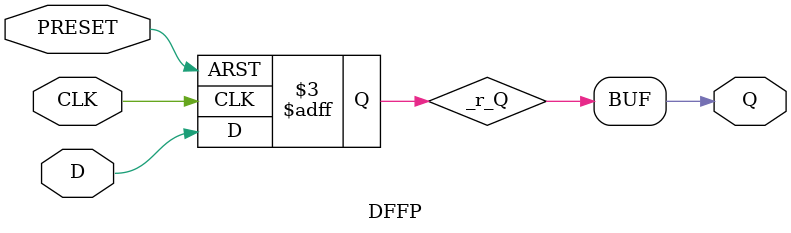
<source format=v>
`ifdef verilator3
`else
`timescale 1 ps / 1 ps
`endif

module DFFP
#(
    parameter INIT = 1'b1
)
(
    input  PRESET,
    input  CLK,
    input  D,
    output Q
);

    reg _r_Q;

    initial begin
        _r_Q = INIT;
    end

    always @(posedge PRESET or posedge CLK) begin
    
        if (PRESET) begin
            _r_Q <= 1'b1;
        end
        else begin
            _r_Q <= D;
        end
    end

    assign Q = _r_Q;

endmodule

</source>
